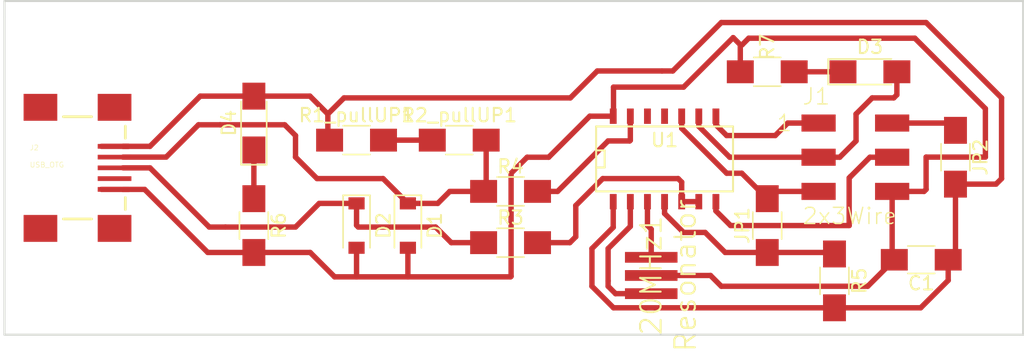
<source format=kicad_pcb>
(kicad_pcb (version 4) (host pcbnew 4.0.7)

  (general
    (links 32)
    (no_connects 0)
    (area 21.499999 161.499999 96.100001 188.500001)
    (thickness 1.6)
    (drawings 10)
    (tracks 160)
    (zones 0)
    (modules 18)
    (nets 20)
  )

  (page A4)
  (layers
    (0 F.Cu signal)
    (31 B.Cu signal)
    (33 F.Adhes user)
    (35 F.Paste user)
    (37 F.SilkS user)
    (39 F.Mask user)
    (40 Dwgs.User user)
    (41 Cmts.User user)
    (42 Eco1.User user)
    (43 Eco2.User user)
    (44 Edge.Cuts user)
    (45 Margin user hide)
    (47 F.CrtYd user)
    (49 F.Fab user)
  )

  (setup
    (last_trace_width 0.4)
    (trace_clearance 0.2)
    (zone_clearance 0.508)
    (zone_45_only no)
    (trace_min 0.4)
    (segment_width 0.2)
    (edge_width 0.15)
    (via_size 0.6)
    (via_drill 0.4)
    (via_min_size 0.4)
    (via_min_drill 0.3)
    (uvia_size 0.3)
    (uvia_drill 0.1)
    (uvias_allowed no)
    (uvia_min_size 0.2)
    (uvia_min_drill 0.1)
    (pcb_text_width 0.3)
    (pcb_text_size 1.5 1.5)
    (mod_edge_width 0.15)
    (mod_text_size 1 1)
    (mod_text_width 0.15)
    (pad_size 1.55 1)
    (pad_drill 0)
    (pad_to_mask_clearance 0.2)
    (aux_axis_origin 0 0)
    (visible_elements FFFFFFFF)
    (pcbplotparams
      (layerselection 0x03000_80000001)
      (usegerberextensions false)
      (excludeedgelayer false)
      (linewidth 0.100000)
      (plotframeref false)
      (viasonmask false)
      (mode 1)
      (useauxorigin false)
      (hpglpennumber 1)
      (hpglpenspeed 20)
      (hpglpendiameter 15)
      (hpglpenoverlay 2)
      (psnegative true)
      (psa4output false)
      (plotreference true)
      (plotvalue true)
      (plotinvisibletext false)
      (padsonsilk false)
      (subtractmaskfromsilk false)
      (outputformat 4)
      (mirror false)
      (drillshape 0)
      (scaleselection 1)
      (outputdirectory ""))
  )

  (net 0 "")
  (net 1 XTAL1)
  (net 2 Earth)
  (net 3 XTAL2)
  (net 4 VCC)
  (net 5 "Net-(D1-Pad1)")
  (net 6 "Net-(D2-Pad1)")
  (net 7 "Net-(D3-Pad1)")
  (net 8 SCK)
  (net 9 "Net-(D4-Pad1)")
  (net 10 MISO)
  (net 11 RST)
  (net 12 "Net-(J1-Pad2)")
  (net 13 MOSI)
  (net 14 "Net-(JP1-Pad1)")
  (net 15 "Net-(R1_pullUP1-Pad2)")
  (net 16 "Net-(R3-Pad2)")
  (net 17 "Net-(R4-Pad2)")
  (net 18 "Net-(U1-Pad11)")
  (net 19 "Net-(U1-Pad12)")

  (net_class Default "This is the default net class."
    (clearance 0.2)
    (trace_width 0.4)
    (via_dia 0.6)
    (via_drill 0.4)
    (uvia_dia 0.3)
    (uvia_drill 0.1)
    (add_net Earth)
    (add_net MISO)
    (add_net MOSI)
    (add_net "Net-(D1-Pad1)")
    (add_net "Net-(D2-Pad1)")
    (add_net "Net-(D3-Pad1)")
    (add_net "Net-(D4-Pad1)")
    (add_net "Net-(J1-Pad2)")
    (add_net "Net-(JP1-Pad1)")
    (add_net "Net-(R1_pullUP1-Pad2)")
    (add_net "Net-(R3-Pad2)")
    (add_net "Net-(R4-Pad2)")
    (add_net "Net-(U1-Pad11)")
    (add_net "Net-(U1-Pad12)")
    (add_net RST)
    (add_net SCK)
    (add_net VCC)
    (add_net XTAL1)
    (add_net XTAL2)
  )

  (module Capacitors_SMD:C_1206_HandSoldering (layer F.Cu) (tedit 58AA84D1) (tstamp 5A8F4B03)
    (at 87.64 181.63 180)
    (descr "Capacitor SMD 1206, hand soldering")
    (tags "capacitor 1206")
    (path /5A8BFE19)
    (attr smd)
    (fp_text reference C1 (at 0 -1.75 180) (layer F.SilkS)
      (effects (font (size 1 1) (thickness 0.15)))
    )
    (fp_text value 1uF (at 0 2 180) (layer F.Fab)
      (effects (font (size 1 1) (thickness 0.15)))
    )
    (fp_text user %R (at 0 -1.75 180) (layer F.Fab)
      (effects (font (size 1 1) (thickness 0.15)))
    )
    (fp_line (start -1.6 0.8) (end -1.6 -0.8) (layer F.Fab) (width 0.1))
    (fp_line (start 1.6 0.8) (end -1.6 0.8) (layer F.Fab) (width 0.1))
    (fp_line (start 1.6 -0.8) (end 1.6 0.8) (layer F.Fab) (width 0.1))
    (fp_line (start -1.6 -0.8) (end 1.6 -0.8) (layer F.Fab) (width 0.1))
    (fp_line (start 1 -1.02) (end -1 -1.02) (layer F.SilkS) (width 0.12))
    (fp_line (start -1 1.02) (end 1 1.02) (layer F.SilkS) (width 0.12))
    (fp_line (start -3.25 -1.05) (end 3.25 -1.05) (layer F.CrtYd) (width 0.05))
    (fp_line (start -3.25 -1.05) (end -3.25 1.05) (layer F.CrtYd) (width 0.05))
    (fp_line (start 3.25 1.05) (end 3.25 -1.05) (layer F.CrtYd) (width 0.05))
    (fp_line (start 3.25 1.05) (end -3.25 1.05) (layer F.CrtYd) (width 0.05))
    (pad 1 smd rect (at -2 0 180) (size 2 1.6) (layers F.Cu F.Paste F.Mask)
      (net 4 VCC))
    (pad 2 smd rect (at 2 0 180) (size 2 1.6) (layers F.Cu F.Paste F.Mask)
      (net 2 Earth))
    (model Capacitors_SMD.3dshapes/C_1206.wrl
      (at (xyz 0 0 0))
      (scale (xyz 1 1 1))
      (rotate (xyz 0 0 0))
    )
  )

  (module Diodes_SMD:D_SOD-123 (layer F.Cu) (tedit 58645DC7) (tstamp 5A8F4B1C)
    (at 49.54 179.09 270)
    (descr SOD-123)
    (tags SOD-123)
    (path /5A8BFB99)
    (attr smd)
    (fp_text reference D1 (at 0 -2 270) (layer F.SilkS)
      (effects (font (size 1 1) (thickness 0.15)))
    )
    (fp_text value 3.3V (at 0 2.1 270) (layer F.Fab)
      (effects (font (size 1 1) (thickness 0.15)))
    )
    (fp_text user %R (at 0 -2 270) (layer F.Fab)
      (effects (font (size 1 1) (thickness 0.15)))
    )
    (fp_line (start -2.25 -1) (end -2.25 1) (layer F.SilkS) (width 0.12))
    (fp_line (start 0.25 0) (end 0.75 0) (layer F.Fab) (width 0.1))
    (fp_line (start 0.25 0.4) (end -0.35 0) (layer F.Fab) (width 0.1))
    (fp_line (start 0.25 -0.4) (end 0.25 0.4) (layer F.Fab) (width 0.1))
    (fp_line (start -0.35 0) (end 0.25 -0.4) (layer F.Fab) (width 0.1))
    (fp_line (start -0.35 0) (end -0.35 0.55) (layer F.Fab) (width 0.1))
    (fp_line (start -0.35 0) (end -0.35 -0.55) (layer F.Fab) (width 0.1))
    (fp_line (start -0.75 0) (end -0.35 0) (layer F.Fab) (width 0.1))
    (fp_line (start -1.4 0.9) (end -1.4 -0.9) (layer F.Fab) (width 0.1))
    (fp_line (start 1.4 0.9) (end -1.4 0.9) (layer F.Fab) (width 0.1))
    (fp_line (start 1.4 -0.9) (end 1.4 0.9) (layer F.Fab) (width 0.1))
    (fp_line (start -1.4 -0.9) (end 1.4 -0.9) (layer F.Fab) (width 0.1))
    (fp_line (start -2.35 -1.15) (end 2.35 -1.15) (layer F.CrtYd) (width 0.05))
    (fp_line (start 2.35 -1.15) (end 2.35 1.15) (layer F.CrtYd) (width 0.05))
    (fp_line (start 2.35 1.15) (end -2.35 1.15) (layer F.CrtYd) (width 0.05))
    (fp_line (start -2.35 -1.15) (end -2.35 1.15) (layer F.CrtYd) (width 0.05))
    (fp_line (start -2.25 1) (end 1.65 1) (layer F.SilkS) (width 0.12))
    (fp_line (start -2.25 -1) (end 1.65 -1) (layer F.SilkS) (width 0.12))
    (pad 1 smd rect (at -1.65 0 270) (size 0.9 1.2) (layers F.Cu F.Paste F.Mask)
      (net 5 "Net-(D1-Pad1)"))
    (pad 2 smd rect (at 1.65 0 270) (size 0.9 1.2) (layers F.Cu F.Paste F.Mask)
      (net 2 Earth))
    (model ${KISYS3DMOD}/Diodes_SMD.3dshapes/D_SOD-123.wrl
      (at (xyz 0 0 0))
      (scale (xyz 1 1 1))
      (rotate (xyz 0 0 0))
    )
  )

  (module Diodes_SMD:D_SOD-123 (layer F.Cu) (tedit 58645DC7) (tstamp 5A8F4B35)
    (at 45.73 179.09 270)
    (descr SOD-123)
    (tags SOD-123)
    (path /5A8BFB57)
    (attr smd)
    (fp_text reference D2 (at 0 -2 270) (layer F.SilkS)
      (effects (font (size 1 1) (thickness 0.15)))
    )
    (fp_text value 3.3V (at 0 2.1 270) (layer F.Fab)
      (effects (font (size 1 1) (thickness 0.15)))
    )
    (fp_text user %R (at 0 -2 270) (layer F.Fab)
      (effects (font (size 1 1) (thickness 0.15)))
    )
    (fp_line (start -2.25 -1) (end -2.25 1) (layer F.SilkS) (width 0.12))
    (fp_line (start 0.25 0) (end 0.75 0) (layer F.Fab) (width 0.1))
    (fp_line (start 0.25 0.4) (end -0.35 0) (layer F.Fab) (width 0.1))
    (fp_line (start 0.25 -0.4) (end 0.25 0.4) (layer F.Fab) (width 0.1))
    (fp_line (start -0.35 0) (end 0.25 -0.4) (layer F.Fab) (width 0.1))
    (fp_line (start -0.35 0) (end -0.35 0.55) (layer F.Fab) (width 0.1))
    (fp_line (start -0.35 0) (end -0.35 -0.55) (layer F.Fab) (width 0.1))
    (fp_line (start -0.75 0) (end -0.35 0) (layer F.Fab) (width 0.1))
    (fp_line (start -1.4 0.9) (end -1.4 -0.9) (layer F.Fab) (width 0.1))
    (fp_line (start 1.4 0.9) (end -1.4 0.9) (layer F.Fab) (width 0.1))
    (fp_line (start 1.4 -0.9) (end 1.4 0.9) (layer F.Fab) (width 0.1))
    (fp_line (start -1.4 -0.9) (end 1.4 -0.9) (layer F.Fab) (width 0.1))
    (fp_line (start -2.35 -1.15) (end 2.35 -1.15) (layer F.CrtYd) (width 0.05))
    (fp_line (start 2.35 -1.15) (end 2.35 1.15) (layer F.CrtYd) (width 0.05))
    (fp_line (start 2.35 1.15) (end -2.35 1.15) (layer F.CrtYd) (width 0.05))
    (fp_line (start -2.35 -1.15) (end -2.35 1.15) (layer F.CrtYd) (width 0.05))
    (fp_line (start -2.25 1) (end 1.65 1) (layer F.SilkS) (width 0.12))
    (fp_line (start -2.25 -1) (end 1.65 -1) (layer F.SilkS) (width 0.12))
    (pad 1 smd rect (at -1.65 0 270) (size 0.9 1.2) (layers F.Cu F.Paste F.Mask)
      (net 6 "Net-(D2-Pad1)"))
    (pad 2 smd rect (at 1.65 0 270) (size 0.9 1.2) (layers F.Cu F.Paste F.Mask)
      (net 2 Earth))
    (model ${KISYS3DMOD}/Diodes_SMD.3dshapes/D_SOD-123.wrl
      (at (xyz 0 0 0))
      (scale (xyz 1 1 1))
      (rotate (xyz 0 0 0))
    )
  )

  (module LEDs:LED_1206_HandSoldering (layer F.Cu) (tedit 595FC724) (tstamp 5A8F4B4A)
    (at 83.83 167.66)
    (descr "LED SMD 1206, hand soldering")
    (tags "LED 1206")
    (path /5A8BFD44)
    (attr smd)
    (fp_text reference D3 (at 0 -1.85) (layer F.SilkS)
      (effects (font (size 1 1) (thickness 0.15)))
    )
    (fp_text value GREEN (at 0 1.9) (layer F.Fab)
      (effects (font (size 1 1) (thickness 0.15)))
    )
    (fp_line (start -3.1 -0.95) (end -3.1 0.95) (layer F.SilkS) (width 0.12))
    (fp_line (start -0.4 0) (end 0.2 -0.4) (layer F.Fab) (width 0.1))
    (fp_line (start 0.2 -0.4) (end 0.2 0.4) (layer F.Fab) (width 0.1))
    (fp_line (start 0.2 0.4) (end -0.4 0) (layer F.Fab) (width 0.1))
    (fp_line (start -0.45 -0.4) (end -0.45 0.4) (layer F.Fab) (width 0.1))
    (fp_line (start -1.6 0.8) (end -1.6 -0.8) (layer F.Fab) (width 0.1))
    (fp_line (start 1.6 0.8) (end -1.6 0.8) (layer F.Fab) (width 0.1))
    (fp_line (start 1.6 -0.8) (end 1.6 0.8) (layer F.Fab) (width 0.1))
    (fp_line (start -1.6 -0.8) (end 1.6 -0.8) (layer F.Fab) (width 0.1))
    (fp_line (start -3.1 0.95) (end 1.6 0.95) (layer F.SilkS) (width 0.12))
    (fp_line (start -3.1 -0.95) (end 1.6 -0.95) (layer F.SilkS) (width 0.12))
    (fp_line (start -3.25 -1.11) (end 3.25 -1.11) (layer F.CrtYd) (width 0.05))
    (fp_line (start -3.25 -1.11) (end -3.25 1.1) (layer F.CrtYd) (width 0.05))
    (fp_line (start 3.25 1.1) (end 3.25 -1.11) (layer F.CrtYd) (width 0.05))
    (fp_line (start 3.25 1.1) (end -3.25 1.1) (layer F.CrtYd) (width 0.05))
    (pad 1 smd rect (at -2 0) (size 2 1.7) (layers F.Cu F.Paste F.Mask)
      (net 7 "Net-(D3-Pad1)"))
    (pad 2 smd rect (at 2 0) (size 2 1.7) (layers F.Cu F.Paste F.Mask)
      (net 8 SCK))
    (model ${KISYS3DMOD}/LEDs.3dshapes/LED_1206.wrl
      (at (xyz 0 0 0))
      (scale (xyz 1 1 1))
      (rotate (xyz 0 0 180))
    )
  )

  (module LEDs:LED_1206_HandSoldering (layer F.Cu) (tedit 595FC724) (tstamp 5A8F4B5F)
    (at 38.11 171.47 90)
    (descr "LED SMD 1206, hand soldering")
    (tags "LED 1206")
    (path /5A8BFD99)
    (attr smd)
    (fp_text reference D4 (at 0 -1.85 90) (layer F.SilkS)
      (effects (font (size 1 1) (thickness 0.15)))
    )
    (fp_text value RED (at 0 1.9 90) (layer F.Fab)
      (effects (font (size 1 1) (thickness 0.15)))
    )
    (fp_line (start -3.1 -0.95) (end -3.1 0.95) (layer F.SilkS) (width 0.12))
    (fp_line (start -0.4 0) (end 0.2 -0.4) (layer F.Fab) (width 0.1))
    (fp_line (start 0.2 -0.4) (end 0.2 0.4) (layer F.Fab) (width 0.1))
    (fp_line (start 0.2 0.4) (end -0.4 0) (layer F.Fab) (width 0.1))
    (fp_line (start -0.45 -0.4) (end -0.45 0.4) (layer F.Fab) (width 0.1))
    (fp_line (start -1.6 0.8) (end -1.6 -0.8) (layer F.Fab) (width 0.1))
    (fp_line (start 1.6 0.8) (end -1.6 0.8) (layer F.Fab) (width 0.1))
    (fp_line (start 1.6 -0.8) (end 1.6 0.8) (layer F.Fab) (width 0.1))
    (fp_line (start -1.6 -0.8) (end 1.6 -0.8) (layer F.Fab) (width 0.1))
    (fp_line (start -3.1 0.95) (end 1.6 0.95) (layer F.SilkS) (width 0.12))
    (fp_line (start -3.1 -0.95) (end 1.6 -0.95) (layer F.SilkS) (width 0.12))
    (fp_line (start -3.25 -1.11) (end 3.25 -1.11) (layer F.CrtYd) (width 0.05))
    (fp_line (start -3.25 -1.11) (end -3.25 1.1) (layer F.CrtYd) (width 0.05))
    (fp_line (start 3.25 1.1) (end 3.25 -1.11) (layer F.CrtYd) (width 0.05))
    (fp_line (start 3.25 1.1) (end -3.25 1.1) (layer F.CrtYd) (width 0.05))
    (pad 1 smd rect (at -2 0 90) (size 2 1.7) (layers F.Cu F.Paste F.Mask)
      (net 9 "Net-(D4-Pad1)"))
    (pad 2 smd rect (at 2 0 90) (size 2 1.7) (layers F.Cu F.Paste F.Mask)
      (net 4 VCC))
    (model ${KISYS3DMOD}/LEDs.3dshapes/LED_1206.wrl
      (at (xyz 0 0 0))
      (scale (xyz 1 1 1))
      (rotate (xyz 0 0 180))
    )
  )

  (module fab:2X03SMD (layer F.Cu) (tedit 0) (tstamp 5A8F4B6A)
    (at 82.56 174.01)
    (path /5A8BFCE1)
    (fp_text reference J1 (at -3.81 -3.81) (layer F.SilkS)
      (effects (font (size 1.2065 1.2065) (thickness 0.1016)) (justify left bottom))
    )
    (fp_text value 2x3Wire (at -3.81 5.08) (layer F.SilkS)
      (effects (font (size 1.2065 1.2065) (thickness 0.1016)) (justify left bottom))
    )
    (fp_text user 1 (at -5.08 -2.54) (layer F.SilkS)
      (effects (font (size 1.2065 1.2065) (thickness 0.1016)))
    )
    (pad 1 smd rect (at -2.54 -2.54) (size 2.54 1.27) (layers F.Cu F.Paste F.Mask)
      (net 10 MISO))
    (pad 3 smd rect (at -2.54 0) (size 2.54 1.27) (layers F.Cu F.Paste F.Mask)
      (net 8 SCK))
    (pad 5 smd rect (at -2.54 2.54) (size 2.54 1.27) (layers F.Cu F.Paste F.Mask)
      (net 11 RST))
    (pad 2 smd rect (at 2.92 -2.54) (size 2.54 1.27) (layers F.Cu F.Paste F.Mask)
      (net 12 "Net-(J1-Pad2)"))
    (pad 4 smd rect (at 2.92 0) (size 2.54 1.27) (layers F.Cu F.Paste F.Mask)
      (net 13 MOSI))
    (pad 6 smd rect (at 2.92 2.54) (size 2.54 1.27) (layers F.Cu F.Paste F.Mask)
      (net 2 Earth))
  )

  (module Resistors_SMD:R_1206_HandSoldering (layer F.Cu) (tedit 58E0A804) (tstamp 5A8F4B91)
    (at 76.21 179.09 90)
    (descr "Resistor SMD 1206, hand soldering")
    (tags "resistor 1206")
    (path /5A8BFC29)
    (attr smd)
    (fp_text reference JP1 (at 0 -1.85 90) (layer F.SilkS)
      (effects (font (size 1 1) (thickness 0.15)))
    )
    (fp_text value Jumper (at 0 1.9 90) (layer F.Fab)
      (effects (font (size 1 1) (thickness 0.15)))
    )
    (fp_text user %R (at 0 0 90) (layer F.Fab)
      (effects (font (size 0.7 0.7) (thickness 0.105)))
    )
    (fp_line (start -1.6 0.8) (end -1.6 -0.8) (layer F.Fab) (width 0.1))
    (fp_line (start 1.6 0.8) (end -1.6 0.8) (layer F.Fab) (width 0.1))
    (fp_line (start 1.6 -0.8) (end 1.6 0.8) (layer F.Fab) (width 0.1))
    (fp_line (start -1.6 -0.8) (end 1.6 -0.8) (layer F.Fab) (width 0.1))
    (fp_line (start 1 1.07) (end -1 1.07) (layer F.SilkS) (width 0.12))
    (fp_line (start -1 -1.07) (end 1 -1.07) (layer F.SilkS) (width 0.12))
    (fp_line (start -3.25 -1.11) (end 3.25 -1.11) (layer F.CrtYd) (width 0.05))
    (fp_line (start -3.25 -1.11) (end -3.25 1.1) (layer F.CrtYd) (width 0.05))
    (fp_line (start 3.25 1.1) (end 3.25 -1.11) (layer F.CrtYd) (width 0.05))
    (fp_line (start 3.25 1.1) (end -3.25 1.1) (layer F.CrtYd) (width 0.05))
    (pad 1 smd rect (at -2 0 90) (size 2 1.7) (layers F.Cu F.Paste F.Mask)
      (net 14 "Net-(JP1-Pad1)"))
    (pad 2 smd rect (at 2 0 90) (size 2 1.7) (layers F.Cu F.Paste F.Mask)
      (net 11 RST))
    (model ${KISYS3DMOD}/Resistors_SMD.3dshapes/R_1206.wrl
      (at (xyz 0 0 0))
      (scale (xyz 1 1 1))
      (rotate (xyz 0 0 0))
    )
  )

  (module Resistors_SMD:R_1206_HandSoldering (layer F.Cu) (tedit 58E0A804) (tstamp 5A8F4BA2)
    (at 90.18 174.01 270)
    (descr "Resistor SMD 1206, hand soldering")
    (tags "resistor 1206")
    (path /5A8BFC6A)
    (attr smd)
    (fp_text reference JP2 (at 0 -1.85 270) (layer F.SilkS)
      (effects (font (size 1 1) (thickness 0.15)))
    )
    (fp_text value Jumper (at 0 1.9 270) (layer F.Fab)
      (effects (font (size 1 1) (thickness 0.15)))
    )
    (fp_text user %R (at 0 0 270) (layer F.Fab)
      (effects (font (size 0.7 0.7) (thickness 0.105)))
    )
    (fp_line (start -1.6 0.8) (end -1.6 -0.8) (layer F.Fab) (width 0.1))
    (fp_line (start 1.6 0.8) (end -1.6 0.8) (layer F.Fab) (width 0.1))
    (fp_line (start 1.6 -0.8) (end 1.6 0.8) (layer F.Fab) (width 0.1))
    (fp_line (start -1.6 -0.8) (end 1.6 -0.8) (layer F.Fab) (width 0.1))
    (fp_line (start 1 1.07) (end -1 1.07) (layer F.SilkS) (width 0.12))
    (fp_line (start -1 -1.07) (end 1 -1.07) (layer F.SilkS) (width 0.12))
    (fp_line (start -3.25 -1.11) (end 3.25 -1.11) (layer F.CrtYd) (width 0.05))
    (fp_line (start -3.25 -1.11) (end -3.25 1.1) (layer F.CrtYd) (width 0.05))
    (fp_line (start 3.25 1.1) (end 3.25 -1.11) (layer F.CrtYd) (width 0.05))
    (fp_line (start 3.25 1.1) (end -3.25 1.1) (layer F.CrtYd) (width 0.05))
    (pad 1 smd rect (at -2 0 270) (size 2 1.7) (layers F.Cu F.Paste F.Mask)
      (net 12 "Net-(J1-Pad2)"))
    (pad 2 smd rect (at 2 0 270) (size 2 1.7) (layers F.Cu F.Paste F.Mask)
      (net 4 VCC))
    (model ${KISYS3DMOD}/Resistors_SMD.3dshapes/R_1206.wrl
      (at (xyz 0 0 0))
      (scale (xyz 1 1 1))
      (rotate (xyz 0 0 0))
    )
  )

  (module Resistors_SMD:R_1206_HandSoldering (layer F.Cu) (tedit 58E0A804) (tstamp 5A8F4BB3)
    (at 45.73 172.74)
    (descr "Resistor SMD 1206, hand soldering")
    (tags "resistor 1206")
    (path /5A8BFA4E)
    (attr smd)
    (fp_text reference R1_pullUP1 (at 0 -1.85) (layer F.SilkS)
      (effects (font (size 1 1) (thickness 0.15)))
    )
    (fp_text value 1k (at 0 1.9) (layer F.Fab)
      (effects (font (size 1 1) (thickness 0.15)))
    )
    (fp_text user %R (at 0 0) (layer F.Fab)
      (effects (font (size 0.7 0.7) (thickness 0.105)))
    )
    (fp_line (start -1.6 0.8) (end -1.6 -0.8) (layer F.Fab) (width 0.1))
    (fp_line (start 1.6 0.8) (end -1.6 0.8) (layer F.Fab) (width 0.1))
    (fp_line (start 1.6 -0.8) (end 1.6 0.8) (layer F.Fab) (width 0.1))
    (fp_line (start -1.6 -0.8) (end 1.6 -0.8) (layer F.Fab) (width 0.1))
    (fp_line (start 1 1.07) (end -1 1.07) (layer F.SilkS) (width 0.12))
    (fp_line (start -1 -1.07) (end 1 -1.07) (layer F.SilkS) (width 0.12))
    (fp_line (start -3.25 -1.11) (end 3.25 -1.11) (layer F.CrtYd) (width 0.05))
    (fp_line (start -3.25 -1.11) (end -3.25 1.1) (layer F.CrtYd) (width 0.05))
    (fp_line (start 3.25 1.1) (end 3.25 -1.11) (layer F.CrtYd) (width 0.05))
    (fp_line (start 3.25 1.1) (end -3.25 1.1) (layer F.CrtYd) (width 0.05))
    (pad 1 smd rect (at -2 0) (size 2 1.7) (layers F.Cu F.Paste F.Mask)
      (net 4 VCC))
    (pad 2 smd rect (at 2 0) (size 2 1.7) (layers F.Cu F.Paste F.Mask)
      (net 15 "Net-(R1_pullUP1-Pad2)"))
    (model ${KISYS3DMOD}/Resistors_SMD.3dshapes/R_1206.wrl
      (at (xyz 0 0 0))
      (scale (xyz 1 1 1))
      (rotate (xyz 0 0 0))
    )
  )

  (module Resistors_SMD:R_1206_HandSoldering (layer F.Cu) (tedit 58E0A804) (tstamp 5A8F4BC4)
    (at 53.35 172.74)
    (descr "Resistor SMD 1206, hand soldering")
    (tags "resistor 1206")
    (path /5A8BFA9F)
    (attr smd)
    (fp_text reference R2_pullUP1 (at 0 -1.85) (layer F.SilkS)
      (effects (font (size 1 1) (thickness 0.15)))
    )
    (fp_text value 499 (at 0 1.9) (layer F.Fab)
      (effects (font (size 1 1) (thickness 0.15)))
    )
    (fp_text user %R (at 0 0) (layer F.Fab)
      (effects (font (size 0.7 0.7) (thickness 0.105)))
    )
    (fp_line (start -1.6 0.8) (end -1.6 -0.8) (layer F.Fab) (width 0.1))
    (fp_line (start 1.6 0.8) (end -1.6 0.8) (layer F.Fab) (width 0.1))
    (fp_line (start 1.6 -0.8) (end 1.6 0.8) (layer F.Fab) (width 0.1))
    (fp_line (start -1.6 -0.8) (end 1.6 -0.8) (layer F.Fab) (width 0.1))
    (fp_line (start 1 1.07) (end -1 1.07) (layer F.SilkS) (width 0.12))
    (fp_line (start -1 -1.07) (end 1 -1.07) (layer F.SilkS) (width 0.12))
    (fp_line (start -3.25 -1.11) (end 3.25 -1.11) (layer F.CrtYd) (width 0.05))
    (fp_line (start -3.25 -1.11) (end -3.25 1.1) (layer F.CrtYd) (width 0.05))
    (fp_line (start 3.25 1.1) (end 3.25 -1.11) (layer F.CrtYd) (width 0.05))
    (fp_line (start 3.25 1.1) (end -3.25 1.1) (layer F.CrtYd) (width 0.05))
    (pad 1 smd rect (at -2 0) (size 2 1.7) (layers F.Cu F.Paste F.Mask)
      (net 15 "Net-(R1_pullUP1-Pad2)"))
    (pad 2 smd rect (at 2 0) (size 2 1.7) (layers F.Cu F.Paste F.Mask)
      (net 5 "Net-(D1-Pad1)"))
    (model ${KISYS3DMOD}/Resistors_SMD.3dshapes/R_1206.wrl
      (at (xyz 0 0 0))
      (scale (xyz 1 1 1))
      (rotate (xyz 0 0 0))
    )
  )

  (module Resistors_SMD:R_1206_HandSoldering (layer F.Cu) (tedit 58E0A804) (tstamp 5A8F4BD5)
    (at 57.16 180.36)
    (descr "Resistor SMD 1206, hand soldering")
    (tags "resistor 1206")
    (path /5A8BFAD7)
    (attr smd)
    (fp_text reference R3 (at 0 -1.85) (layer F.SilkS)
      (effects (font (size 1 1) (thickness 0.15)))
    )
    (fp_text value 100 (at 0 1.9) (layer F.Fab)
      (effects (font (size 1 1) (thickness 0.15)))
    )
    (fp_text user %R (at 0 0) (layer F.Fab)
      (effects (font (size 0.7 0.7) (thickness 0.105)))
    )
    (fp_line (start -1.6 0.8) (end -1.6 -0.8) (layer F.Fab) (width 0.1))
    (fp_line (start 1.6 0.8) (end -1.6 0.8) (layer F.Fab) (width 0.1))
    (fp_line (start 1.6 -0.8) (end 1.6 0.8) (layer F.Fab) (width 0.1))
    (fp_line (start -1.6 -0.8) (end 1.6 -0.8) (layer F.Fab) (width 0.1))
    (fp_line (start 1 1.07) (end -1 1.07) (layer F.SilkS) (width 0.12))
    (fp_line (start -1 -1.07) (end 1 -1.07) (layer F.SilkS) (width 0.12))
    (fp_line (start -3.25 -1.11) (end 3.25 -1.11) (layer F.CrtYd) (width 0.05))
    (fp_line (start -3.25 -1.11) (end -3.25 1.1) (layer F.CrtYd) (width 0.05))
    (fp_line (start 3.25 1.1) (end 3.25 -1.11) (layer F.CrtYd) (width 0.05))
    (fp_line (start 3.25 1.1) (end -3.25 1.1) (layer F.CrtYd) (width 0.05))
    (pad 1 smd rect (at -2 0) (size 2 1.7) (layers F.Cu F.Paste F.Mask)
      (net 6 "Net-(D2-Pad1)"))
    (pad 2 smd rect (at 2 0) (size 2 1.7) (layers F.Cu F.Paste F.Mask)
      (net 16 "Net-(R3-Pad2)"))
    (model ${KISYS3DMOD}/Resistors_SMD.3dshapes/R_1206.wrl
      (at (xyz 0 0 0))
      (scale (xyz 1 1 1))
      (rotate (xyz 0 0 0))
    )
  )

  (module Resistors_SMD:R_1206_HandSoldering (layer F.Cu) (tedit 58E0A804) (tstamp 5A8F4BE6)
    (at 57.16 176.55)
    (descr "Resistor SMD 1206, hand soldering")
    (tags "resistor 1206")
    (path /5A8C2C23)
    (attr smd)
    (fp_text reference R4 (at 0 -1.85) (layer F.SilkS)
      (effects (font (size 1 1) (thickness 0.15)))
    )
    (fp_text value 100 (at 0 1.9) (layer F.Fab)
      (effects (font (size 1 1) (thickness 0.15)))
    )
    (fp_text user %R (at 0 0) (layer F.Fab)
      (effects (font (size 0.7 0.7) (thickness 0.105)))
    )
    (fp_line (start -1.6 0.8) (end -1.6 -0.8) (layer F.Fab) (width 0.1))
    (fp_line (start 1.6 0.8) (end -1.6 0.8) (layer F.Fab) (width 0.1))
    (fp_line (start 1.6 -0.8) (end 1.6 0.8) (layer F.Fab) (width 0.1))
    (fp_line (start -1.6 -0.8) (end 1.6 -0.8) (layer F.Fab) (width 0.1))
    (fp_line (start 1 1.07) (end -1 1.07) (layer F.SilkS) (width 0.12))
    (fp_line (start -1 -1.07) (end 1 -1.07) (layer F.SilkS) (width 0.12))
    (fp_line (start -3.25 -1.11) (end 3.25 -1.11) (layer F.CrtYd) (width 0.05))
    (fp_line (start -3.25 -1.11) (end -3.25 1.1) (layer F.CrtYd) (width 0.05))
    (fp_line (start 3.25 1.1) (end 3.25 -1.11) (layer F.CrtYd) (width 0.05))
    (fp_line (start 3.25 1.1) (end -3.25 1.1) (layer F.CrtYd) (width 0.05))
    (pad 1 smd rect (at -2 0) (size 2 1.7) (layers F.Cu F.Paste F.Mask)
      (net 5 "Net-(D1-Pad1)"))
    (pad 2 smd rect (at 2 0) (size 2 1.7) (layers F.Cu F.Paste F.Mask)
      (net 17 "Net-(R4-Pad2)"))
    (model ${KISYS3DMOD}/Resistors_SMD.3dshapes/R_1206.wrl
      (at (xyz 0 0 0))
      (scale (xyz 1 1 1))
      (rotate (xyz 0 0 0))
    )
  )

  (module Resistors_SMD:R_1206_HandSoldering (layer F.Cu) (tedit 58E0A804) (tstamp 5A8F4BF7)
    (at 81.2 183.2 270)
    (descr "Resistor SMD 1206, hand soldering")
    (tags "resistor 1206")
    (path /5A8BFB1A)
    (attr smd)
    (fp_text reference R5 (at 0 -1.85 270) (layer F.SilkS)
      (effects (font (size 1 1) (thickness 0.15)))
    )
    (fp_text value 10k (at 0 1.9 270) (layer F.Fab)
      (effects (font (size 1 1) (thickness 0.15)))
    )
    (fp_text user %R (at 0 0 270) (layer F.Fab)
      (effects (font (size 0.7 0.7) (thickness 0.105)))
    )
    (fp_line (start -1.6 0.8) (end -1.6 -0.8) (layer F.Fab) (width 0.1))
    (fp_line (start 1.6 0.8) (end -1.6 0.8) (layer F.Fab) (width 0.1))
    (fp_line (start 1.6 -0.8) (end 1.6 0.8) (layer F.Fab) (width 0.1))
    (fp_line (start -1.6 -0.8) (end 1.6 -0.8) (layer F.Fab) (width 0.1))
    (fp_line (start 1 1.07) (end -1 1.07) (layer F.SilkS) (width 0.12))
    (fp_line (start -1 -1.07) (end 1 -1.07) (layer F.SilkS) (width 0.12))
    (fp_line (start -3.25 -1.11) (end 3.25 -1.11) (layer F.CrtYd) (width 0.05))
    (fp_line (start -3.25 -1.11) (end -3.25 1.1) (layer F.CrtYd) (width 0.05))
    (fp_line (start 3.25 1.1) (end 3.25 -1.11) (layer F.CrtYd) (width 0.05))
    (fp_line (start 3.25 1.1) (end -3.25 1.1) (layer F.CrtYd) (width 0.05))
    (pad 1 smd rect (at -2 0 270) (size 2 1.7) (layers F.Cu F.Paste F.Mask)
      (net 14 "Net-(JP1-Pad1)"))
    (pad 2 smd rect (at 2 0 270) (size 2 1.7) (layers F.Cu F.Paste F.Mask)
      (net 4 VCC))
    (model ${KISYS3DMOD}/Resistors_SMD.3dshapes/R_1206.wrl
      (at (xyz 0 0 0))
      (scale (xyz 1 1 1))
      (rotate (xyz 0 0 0))
    )
  )

  (module Resistors_SMD:R_1206_HandSoldering (layer F.Cu) (tedit 58E0A804) (tstamp 5A8F4C08)
    (at 38.11 179.09 270)
    (descr "Resistor SMD 1206, hand soldering")
    (tags "resistor 1206")
    (path /5A8C6C8F)
    (attr smd)
    (fp_text reference R6 (at 0 -1.85 270) (layer F.SilkS)
      (effects (font (size 1 1) (thickness 0.15)))
    )
    (fp_text value 1k (at 0 1.9 270) (layer F.Fab)
      (effects (font (size 1 1) (thickness 0.15)))
    )
    (fp_text user %R (at 0 0 270) (layer F.Fab)
      (effects (font (size 0.7 0.7) (thickness 0.105)))
    )
    (fp_line (start -1.6 0.8) (end -1.6 -0.8) (layer F.Fab) (width 0.1))
    (fp_line (start 1.6 0.8) (end -1.6 0.8) (layer F.Fab) (width 0.1))
    (fp_line (start 1.6 -0.8) (end 1.6 0.8) (layer F.Fab) (width 0.1))
    (fp_line (start -1.6 -0.8) (end 1.6 -0.8) (layer F.Fab) (width 0.1))
    (fp_line (start 1 1.07) (end -1 1.07) (layer F.SilkS) (width 0.12))
    (fp_line (start -1 -1.07) (end 1 -1.07) (layer F.SilkS) (width 0.12))
    (fp_line (start -3.25 -1.11) (end 3.25 -1.11) (layer F.CrtYd) (width 0.05))
    (fp_line (start -3.25 -1.11) (end -3.25 1.1) (layer F.CrtYd) (width 0.05))
    (fp_line (start 3.25 1.1) (end 3.25 -1.11) (layer F.CrtYd) (width 0.05))
    (fp_line (start 3.25 1.1) (end -3.25 1.1) (layer F.CrtYd) (width 0.05))
    (pad 1 smd rect (at -2 0 270) (size 2 1.7) (layers F.Cu F.Paste F.Mask)
      (net 9 "Net-(D4-Pad1)"))
    (pad 2 smd rect (at 2 0 270) (size 2 1.7) (layers F.Cu F.Paste F.Mask)
      (net 2 Earth))
    (model ${KISYS3DMOD}/Resistors_SMD.3dshapes/R_1206.wrl
      (at (xyz 0 0 0))
      (scale (xyz 1 1 1))
      (rotate (xyz 0 0 0))
    )
  )

  (module Resistors_SMD:R_1206_HandSoldering (layer F.Cu) (tedit 5A8C3CC0) (tstamp 5A8F4C19)
    (at 76.21 167.66)
    (descr "Resistor SMD 1206, hand soldering")
    (tags "resistor 1206")
    (path /5A8C740C)
    (attr smd)
    (fp_text reference R7 (at 0 -1.85 90) (layer F.SilkS)
      (effects (font (size 1 1) (thickness 0.15)))
    )
    (fp_text value 499 (at 0 1.9) (layer F.Fab)
      (effects (font (size 1 1) (thickness 0.15)))
    )
    (fp_text user %R (at 0 0) (layer F.Fab)
      (effects (font (size 0.7 0.7) (thickness 0.105)))
    )
    (fp_line (start -1.6 0.8) (end -1.6 -0.8) (layer F.Fab) (width 0.1))
    (fp_line (start 1.6 0.8) (end -1.6 0.8) (layer F.Fab) (width 0.1))
    (fp_line (start 1.6 -0.8) (end 1.6 0.8) (layer F.Fab) (width 0.1))
    (fp_line (start -1.6 -0.8) (end 1.6 -0.8) (layer F.Fab) (width 0.1))
    (fp_line (start 1 1.07) (end -1 1.07) (layer F.SilkS) (width 0.12))
    (fp_line (start -1 -1.07) (end 1 -1.07) (layer F.SilkS) (width 0.12))
    (fp_line (start -3.25 -1.11) (end 3.25 -1.11) (layer F.CrtYd) (width 0.05))
    (fp_line (start -3.25 -1.11) (end -3.25 1.1) (layer F.CrtYd) (width 0.05))
    (fp_line (start 3.25 1.1) (end 3.25 -1.11) (layer F.CrtYd) (width 0.05))
    (fp_line (start 3.25 1.1) (end -3.25 1.1) (layer F.CrtYd) (width 0.05))
    (pad 1 smd rect (at -2 0) (size 2 1.7) (layers F.Cu F.Paste F.Mask)
      (net 2 Earth))
    (pad 2 smd rect (at 2 0) (size 2 1.7) (layers F.Cu F.Paste F.Mask)
      (net 7 "Net-(D3-Pad1)"))
    (model ${KISYS3DMOD}/Resistors_SMD.3dshapes/R_1206.wrl
      (at (xyz 0 0 0))
      (scale (xyz 1 1 1))
      (rotate (xyz 0 0 0))
    )
  )

  (module SMD_Packages:SOIC-14_N (layer F.Cu) (tedit 0) (tstamp 5A8F4C32)
    (at 68.59 174.01)
    (descr "Module CMS SOJ 14 pins Large")
    (tags "CMS SOJ")
    (path /5A8BF8C6)
    (attr smd)
    (fp_text reference U1 (at 0 -1.27) (layer F.SilkS)
      (effects (font (size 1 1) (thickness 0.15)))
    )
    (fp_text value ATTINY44A-SSU (at 0 1.27) (layer F.Fab)
      (effects (font (size 1 1) (thickness 0.15)))
    )
    (fp_line (start 5.08 -2.286) (end 5.08 2.54) (layer F.SilkS) (width 0.15))
    (fp_line (start 5.08 2.54) (end -5.08 2.54) (layer F.SilkS) (width 0.15))
    (fp_line (start -5.08 2.54) (end -5.08 -2.286) (layer F.SilkS) (width 0.15))
    (fp_line (start -5.08 -2.286) (end 5.08 -2.286) (layer F.SilkS) (width 0.15))
    (fp_line (start -5.08 -0.508) (end -4.445 -0.508) (layer F.SilkS) (width 0.15))
    (fp_line (start -4.445 -0.508) (end -4.445 0.762) (layer F.SilkS) (width 0.15))
    (fp_line (start -4.445 0.762) (end -5.08 0.762) (layer F.SilkS) (width 0.15))
    (pad 1 smd rect (at -3.81 3.302) (size 0.508 1.143) (layers F.Cu F.Paste F.Mask)
      (net 4 VCC))
    (pad 2 smd rect (at -2.54 3.302) (size 0.508 1.143) (layers F.Cu F.Paste F.Mask)
      (net 1 XTAL1))
    (pad 3 smd rect (at -1.27 3.302) (size 0.508 1.143) (layers F.Cu F.Paste F.Mask)
      (net 3 XTAL2))
    (pad 4 smd rect (at 0 3.302) (size 0.508 1.143) (layers F.Cu F.Paste F.Mask)
      (net 14 "Net-(JP1-Pad1)"))
    (pad 5 smd rect (at 1.27 3.302) (size 0.508 1.143) (layers F.Cu F.Paste F.Mask)
      (net 16 "Net-(R3-Pad2)"))
    (pad 6 smd rect (at 2.54 3.302) (size 0.508 1.143) (layers F.Cu F.Paste F.Mask)
      (net 16 "Net-(R3-Pad2)"))
    (pad 7 smd rect (at 3.81 3.302) (size 0.508 1.143) (layers F.Cu F.Paste F.Mask)
      (net 13 MOSI))
    (pad 8 smd rect (at 3.81 -3.048) (size 0.508 1.143) (layers F.Cu F.Paste F.Mask)
      (net 10 MISO))
    (pad 9 smd rect (at 2.54 -3.048) (size 0.508 1.143) (layers F.Cu F.Paste F.Mask)
      (net 8 SCK))
    (pad 11 smd rect (at 0 -3.048) (size 0.508 1.143) (layers F.Cu F.Paste F.Mask)
      (net 18 "Net-(U1-Pad11)"))
    (pad 12 smd rect (at -1.27 -3.048) (size 0.508 1.143) (layers F.Cu F.Paste F.Mask)
      (net 19 "Net-(U1-Pad12)"))
    (pad 13 smd rect (at -2.54 -3.048) (size 0.508 1.143) (layers F.Cu F.Paste F.Mask)
      (net 17 "Net-(R4-Pad2)"))
    (pad 14 smd rect (at -3.81 -3.048) (size 0.508 1.143) (layers F.Cu F.Paste F.Mask)
      (net 2 Earth))
    (pad 10 smd rect (at 1.27 -3.048) (size 0.508 1.143) (layers F.Cu F.Paste F.Mask)
      (net 11 RST))
    (model SMD_Packages.3dshapes/SOIC-14_N.wrl
      (at (xyz 0 0 0))
      (scale (xyz 0.5 0.4 0.5))
      (rotate (xyz 0 0 0))
    )
  )

  (module fab:EFOBM (layer F.Cu) (tedit 5A8C4460) (tstamp 5A907B4B)
    (at 67.6 182.8 90)
    (path /5A8C5848)
    (fp_text reference 20MHz1 (at 0 0 90) (layer F.SilkS)
      (effects (font (thickness 0.15)))
    )
    (fp_text value Resonator (at 0 2.54 90) (layer F.SilkS)
      (effects (font (thickness 0.15)))
    )
    (pad 1 smd rect (at -1.35 0 180) (size 3.9 0.8) (layers F.Cu F.Paste F.Mask)
      (net 1 XTAL1))
    (pad 2 smd rect (at 0 0) (size 3.9 0.8) (layers F.Cu F.Paste F.Mask)
      (net 2 Earth))
    (pad 3 smd rect (at 1.35 0) (size 3.9 0.8) (layers F.Cu F.Paste F.Mask)
      (net 3 XTAL2))
  )

  (module fab:USB_MINIB (layer F.Cu) (tedit 0) (tstamp 5A8F4B80)
    (at 24 174.8)
    (path /5A8C0973)
    (fp_text reference J2 (at -2.54 -1.27) (layer F.SilkS)
      (effects (font (size 0.38608 0.38608) (thickness 0.032512)) (justify left bottom))
    )
    (fp_text value USB_OTG (at -2.54 0) (layer F.SilkS)
      (effects (font (size 0.38608 0.38608) (thickness 0.032512)) (justify left bottom))
    )
    (fp_line (start -0.03 -3.8) (end 2.07 -3.8) (layer F.SilkS) (width 0.2032))
    (fp_line (start 4.57 -3.1) (end 4.57 -2.2) (layer F.SilkS) (width 0.2032))
    (fp_line (start 4.57 2.2) (end 4.57 3.1) (layer F.SilkS) (width 0.2032))
    (fp_line (start 2.07 3.8) (end -0.03 3.8) (layer F.SilkS) (width 0.2032))
    (fp_line (start -4.63 -3.8) (end -4.63 3.8) (layer Dwgs.User) (width 0.2032))
    (fp_line (start -4.63 3.8) (end -3.23 3.8) (layer Dwgs.User) (width 0.2032))
    (fp_line (start -4.63 -3.8) (end -3.23 -3.8) (layer Dwgs.User) (width 0.2032))
    (pad D+ smd rect (at 3.77 0) (size 2.5 0.35) (layers F.Cu F.Paste F.Mask))
    (pad D- smd rect (at 3.77 -0.8) (size 2.5 0.35) (layers F.Cu F.Paste F.Mask))
    (pad GND smd rect (at 3.77 1.6) (size 2.5 0.35) (layers F.Cu F.Paste F.Mask))
    (pad ID smd rect (at 3.77 0.8) (size 2.5 0.35) (layers F.Cu F.Paste F.Mask))
    (pad SHIE smd rect (at -1.73 4.5) (size 2.5 2) (layers F.Cu F.Paste F.Mask))
    (pad SHIE smd rect (at -1.73 -4.5) (size 2.5 2) (layers F.Cu F.Paste F.Mask))
    (pad SHIE smd rect (at 3.77 4.5) (size 2.5 2) (layers F.Cu F.Paste F.Mask))
    (pad SHIE smd rect (at 3.77 -4.5) (size 2.5 2) (layers F.Cu F.Paste F.Mask))
    (pad VBUS smd rect (at 3.77 -1.6) (size 2.5 0.35) (layers F.Cu F.Paste F.Mask))
  )

  (gr_line (start 19.6 162.4) (end 88 162.4) (angle 90) (layer Edge.Cuts) (width 0.15))
  (gr_line (start 19.6 163.6) (end 19.6 162.4) (angle 90) (layer Edge.Cuts) (width 0.15))
  (gr_line (start 19.6 187.2) (end 19.6 163.6) (angle 90) (layer Edge.Cuts) (width 0.15))
  (gr_line (start 95.2 187.2) (end 19.6 187.2) (angle 90) (layer Edge.Cuts) (width 0.15))
  (gr_line (start 95.2 162.4) (end 95.2 187.2) (angle 90) (layer Edge.Cuts) (width 0.15))
  (gr_line (start 88 162.4) (end 95.2 162.4) (angle 90) (layer Edge.Cuts) (width 0.15))
  (gr_line (start 21.6 188.4) (end 21.6 161.6) (angle 90) (layer Margin) (width 0.2))
  (gr_line (start 96 188.4) (end 21.6 188.4) (angle 90) (layer Margin) (width 0.2))
  (gr_line (start 96 161.6) (end 96 188.4) (angle 90) (layer Margin) (width 0.2))
  (gr_line (start 21.6 161.6) (end 96 161.6) (angle 90) (layer Margin) (width 0.2))

  (segment (start 26.8 176.4) (end 28.8 176.4) (width 0.4) (layer F.Cu) (net 0) (status 30))
  (segment (start 26.8 173.2) (end 28.8 173.2) (width 0.4) (layer F.Cu) (net 0) (status 30))
  (segment (start 67.6 184.15) (end 64.95 184.15) (width 0.4) (layer F.Cu) (net 1))
  (segment (start 66.05 179.15) (end 66.05 177.312) (width 0.4) (layer F.Cu) (net 1))
  (segment (start 66.05 179.15) (end 64.4 180.8) (width 0.4) (layer F.Cu) (net 1) (tstamp 5A907F52))
  (segment (start 64.4 180.8) (end 64.4 183.2) (width 0.4) (layer F.Cu) (net 1))
  (segment (start 64.4 183.6) (end 64.4 183.2) (width 0.4) (layer F.Cu) (net 1) (tstamp 5A8D1D2E))
  (segment (start 64.95 184.15) (end 64.4 183.6) (width 0.4) (layer F.Cu) (net 1) (tstamp 5A8D1D27))
  (segment (start 38.11 181.09) (end 34.69 181.09) (width 0.4) (layer F.Cu) (net 2))
  (segment (start 30 176.4) (end 28.4 176.4) (width 0.4) (layer F.Cu) (net 2) (tstamp 5A8D1E0D))
  (segment (start 34.69 181.09) (end 30 176.4) (width 0.4) (layer F.Cu) (net 2) (tstamp 5A8D1E06))
  (segment (start 72.8 183.6) (end 83.67 183.6) (width 0.4) (layer F.Cu) (net 2))
  (segment (start 67.6 182.8) (end 72 182.8) (width 0.4) (layer F.Cu) (net 2) (status 10))
  (segment (start 72 182.8) (end 72.8 183.6) (width 0.4) (layer F.Cu) (net 2) (tstamp 5A907F95))
  (segment (start 83.67 183.6) (end 85.64 181.63) (width 0.4) (layer F.Cu) (net 2) (tstamp 5A8D1C8B))
  (segment (start 58.39 174.01) (end 59.99 174.01) (width 0.4) (layer F.Cu) (net 2))
  (segment (start 57.2 175.2) (end 58.39 174.01) (width 0.4) (layer F.Cu) (net 2) (tstamp 5A907D31))
  (segment (start 57.2 182.86) (end 57.2 175.2) (width 0.4) (layer F.Cu) (net 2) (tstamp 5A907D30))
  (segment (start 57.16 182.9) (end 57.2 182.86) (width 0.4) (layer F.Cu) (net 2) (tstamp 5A907D2F))
  (segment (start 63.038 170.962) (end 64.78 170.962) (width 0.4) (layer F.Cu) (net 2) (tstamp 5A907F0D))
  (segment (start 59.99 174.01) (end 63.038 170.962) (width 0.4) (layer F.Cu) (net 2) (tstamp 5A907F0C))
  (segment (start 45.73 180.74) (end 45.73 182.9) (width 0.4) (layer F.Cu) (net 2) (status 10))
  (segment (start 44.1 182.9) (end 45.73 182.9) (width 0.4) (layer F.Cu) (net 2) (tstamp 5A907D45))
  (segment (start 45.73 182.9) (end 49.54 182.9) (width 0.4) (layer F.Cu) (net 2) (tstamp 5A907D4A))
  (segment (start 42.29 181.09) (end 44.1 182.9) (width 0.4) (layer F.Cu) (net 2) (tstamp 5A907D43))
  (segment (start 42.29 181.09) (end 38.11 181.09) (width 0.4) (layer F.Cu) (net 2))
  (segment (start 66.33 182.72) (end 66.25 182.8) (width 0.4) (layer F.Cu) (net 2) (tstamp 5A907DD5) (status 30))
  (segment (start 74.35 165.65) (end 74.834313 165.165687) (width 0.4) (layer F.Cu) (net 2) (tstamp 5A907D59))
  (segment (start 74.21 165.65) (end 74.35 165.65) (width 0.4) (layer F.Cu) (net 2))
  (segment (start 74.834313 165.165687) (end 87.165687 165.165687) (width 0.4) (layer F.Cu) (net 2) (tstamp 5A907D5A))
  (segment (start 87.85 176.55) (end 88 176.4) (width 0.4) (layer F.Cu) (net 2) (tstamp 5A907D6D))
  (segment (start 88 176.4) (end 88 174) (width 0.4) (layer F.Cu) (net 2) (tstamp 5A907D6E))
  (segment (start 88 174) (end 92.4 174) (width 0.4) (layer F.Cu) (net 2) (tstamp 5A907D6F))
  (segment (start 92.4 174) (end 92.4 170.4) (width 0.4) (layer F.Cu) (net 2) (tstamp 5A907D70))
  (segment (start 92.4 170.4) (end 87.165687 165.165687) (width 0.4) (layer F.Cu) (net 2) (tstamp 5A907D71))
  (segment (start 87.85 176.55) (end 85.48 176.55) (width 0.4) (layer F.Cu) (net 2))
  (segment (start 85.48 176.55) (end 85.48 181.47) (width 0.4) (layer F.Cu) (net 2))
  (segment (start 85.48 181.47) (end 85.64 181.63) (width 0.4) (layer F.Cu) (net 2) (tstamp 5A907D78))
  (segment (start 74.21 167.66) (end 74.21 165.65) (width 0.4) (layer F.Cu) (net 2) (status 10))
  (segment (start 74.21 165.65) (end 73.68 165.12) (width 0.4) (layer F.Cu) (net 2) (tstamp 5A907D57))
  (segment (start 64.8 168.8) (end 70 168.8) (width 0.4) (layer F.Cu) (net 2))
  (segment (start 70 168.8) (end 73.68 165.12) (width 0.4) (layer F.Cu) (net 2) (tstamp 5A907D4F))
  (segment (start 64.8 170.942) (end 64.8 168.8) (width 0.4) (layer F.Cu) (net 2))
  (segment (start 64.8 170.942) (end 64.78 170.962) (width 0.4) (layer F.Cu) (net 2) (tstamp 5A907D4C))
  (segment (start 49.54 180.74) (end 49.54 182.9) (width 0.4) (layer F.Cu) (net 2) (status 10))
  (segment (start 49.54 182.9) (end 57.16 182.9) (width 0.4) (layer F.Cu) (net 2) (tstamp 5A907D2E))
  (segment (start 64.8 170.942) (end 64.78 170.962) (width 0.4) (layer F.Cu) (net 2) (tstamp 5A907D37))
  (segment (start 67.32 177.312) (end 67.32 179.08) (width 0.4) (layer F.Cu) (net 3))
  (segment (start 67.6 179.36) (end 67.6 181.45) (width 0.4) (layer F.Cu) (net 3) (tstamp 5A8D1CEE))
  (segment (start 67.32 179.08) (end 67.6 179.36) (width 0.4) (layer F.Cu) (net 3) (tstamp 5A8D1CEB))
  (segment (start 38.11 169.47) (end 34.13 169.47) (width 0.4) (layer F.Cu) (net 4))
  (segment (start 30.4 173.2) (end 28.4 173.2) (width 0.4) (layer F.Cu) (net 4) (tstamp 5A8D1DE5))
  (segment (start 34.13 169.47) (end 30.4 173.2) (width 0.4) (layer F.Cu) (net 4) (tstamp 5A8D1DE4))
  (segment (start 63.2 183.6) (end 64.8 185.2) (width 0.4) (layer F.Cu) (net 4))
  (segment (start 64.8 185.2) (end 70.4 185.2) (width 0.4) (layer F.Cu) (net 4) (tstamp 5A908148))
  (segment (start 70.4 185.2) (end 81.2 185.2) (width 0.4) (layer F.Cu) (net 4) (status 20))
  (segment (start 81.2 185.2) (end 87.6 185.2) (width 0.4) (layer F.Cu) (net 4) (status 10))
  (segment (start 87.6 185.2) (end 89.64 183.16) (width 0.4) (layer F.Cu) (net 4) (tstamp 5A907F62))
  (segment (start 89.64 183.16) (end 89.64 181.63) (width 0.4) (layer F.Cu) (net 4))
  (segment (start 64.78 177.312) (end 64.78 179.22) (width 0.4) (layer F.Cu) (net 4))
  (segment (start 64.78 179.22) (end 63.2 180.8) (width 0.4) (layer F.Cu) (net 4) (tstamp 5A907DA5))
  (segment (start 63.2 180.8) (end 63.2 183.6) (width 0.4) (layer F.Cu) (net 4) (tstamp 5A907DA6))
  (segment (start 90.18 176.01) (end 90.18 181.09) (width 0.4) (layer F.Cu) (net 4))
  (segment (start 90.18 181.09) (end 89.64 181.63) (width 0.4) (layer F.Cu) (net 4) (tstamp 5A907D8E))
  (segment (start 68.4 167.6) (end 69.2 167.6) (width 0.4) (layer F.Cu) (net 4))
  (segment (start 44.8 169.6) (end 61.6 169.6) (width 0.4) (layer F.Cu) (net 4) (tstamp 5A907D07))
  (segment (start 61.6 169.6) (end 63.6 167.6) (width 0.4) (layer F.Cu) (net 4) (tstamp 5A907D08))
  (segment (start 63.6 167.6) (end 68.4 167.6) (width 0.4) (layer F.Cu) (net 4) (tstamp 5A907D09))
  (segment (start 43.6 170.8) (end 44.8 169.6) (width 0.4) (layer F.Cu) (net 4))
  (segment (start 93.19 176.01) (end 90.18 176.01) (width 0.4) (layer F.Cu) (net 4) (tstamp 5A907D1D))
  (segment (start 93.6 175.6) (end 93.19 176.01) (width 0.4) (layer F.Cu) (net 4) (tstamp 5A907D1C))
  (segment (start 93.6 169.6) (end 93.6 175.6) (width 0.4) (layer F.Cu) (net 4) (tstamp 5A907D1A))
  (segment (start 88 164) (end 93.6 169.6) (width 0.4) (layer F.Cu) (net 4) (tstamp 5A907D18))
  (segment (start 72.8 164) (end 88 164) (width 0.4) (layer F.Cu) (net 4) (tstamp 5A907D16))
  (segment (start 69.2 167.6) (end 72.8 164) (width 0.4) (layer F.Cu) (net 4) (tstamp 5A907D15))
  (segment (start 38.11 169.47) (end 42.27 169.47) (width 0.4) (layer F.Cu) (net 4))
  (segment (start 43.6 170.8) (end 43.6 172.61) (width 0.4) (layer F.Cu) (net 4) (tstamp 5A907CFB))
  (segment (start 42.27 169.47) (end 43.6 170.8) (width 0.4) (layer F.Cu) (net 4) (tstamp 5A907CFA))
  (segment (start 43.6 172.61) (end 43.73 172.74) (width 0.4) (layer F.Cu) (net 4) (tstamp 5A907CFC))
  (segment (start 28.4 174) (end 31.6 174) (width 0.4) (layer F.Cu) (net 5))
  (segment (start 35.6 171.6) (end 34 171.6) (width 0.4) (layer F.Cu) (net 5))
  (segment (start 35.6 171.6) (end 40.4 171.6) (width 0.4) (layer F.Cu) (net 5) (tstamp 5A907EED))
  (segment (start 40.4 171.6) (end 41.2 172.4) (width 0.4) (layer F.Cu) (net 5) (tstamp 5A907EEF))
  (segment (start 41.2 172.4) (end 41.2 174) (width 0.4) (layer F.Cu) (net 5) (tstamp 5A907EF0))
  (segment (start 41.2 174) (end 42.8 175.6) (width 0.4) (layer F.Cu) (net 5) (tstamp 5A907EF1))
  (segment (start 42.8 175.6) (end 47.7 175.6) (width 0.4) (layer F.Cu) (net 5) (tstamp 5A907EF3))
  (segment (start 47.7 175.6) (end 49.54 177.44) (width 0.4) (layer F.Cu) (net 5) (tstamp 5A907EF5) (status 20))
  (segment (start 34 171.6) (end 31.6 174) (width 0.4) (layer F.Cu) (net 5) (tstamp 5A8D1D9D))
  (segment (start 51.76 177.44) (end 52.65 176.55) (width 0.4) (layer F.Cu) (net 5) (tstamp 5A907E4D))
  (segment (start 49.54 177.44) (end 51.76 177.44) (width 0.4) (layer F.Cu) (net 5) (status 10))
  (segment (start 52.65 176.55) (end 55.16 176.55) (width 0.4) (layer F.Cu) (net 5) (tstamp 5A907E4E))
  (segment (start 55.35 172.74) (end 55.35 176.36) (width 0.4) (layer F.Cu) (net 5))
  (segment (start 55.35 176.36) (end 55.16 176.55) (width 0.4) (layer F.Cu) (net 5) (tstamp 5A907D28))
  (segment (start 55.35 176.36) (end 55.16 176.55) (width 0.4) (layer F.Cu) (net 5) (tstamp 5A907D23))
  (segment (start 36 179.2) (end 34.8 179.2) (width 0.4) (layer F.Cu) (net 6))
  (segment (start 36 179.2) (end 41.2 179.2) (width 0.4) (layer F.Cu) (net 6) (tstamp 5A907EE5))
  (segment (start 45.73 177.44) (end 42.96 177.44) (width 0.4) (layer F.Cu) (net 6) (tstamp 5A907EE9) (status 20))
  (segment (start 41.2 179.2) (end 42.96 177.44) (width 0.4) (layer F.Cu) (net 6) (tstamp 5A907EE7))
  (segment (start 30.4 174.8) (end 28.4 174.8) (width 0.4) (layer F.Cu) (net 6) (tstamp 5A8D1E00))
  (segment (start 34.8 179.2) (end 30.4 174.8) (width 0.4) (layer F.Cu) (net 6) (tstamp 5A8D1DF1))
  (segment (start 45.73 177.44) (end 45.73 179.07) (width 0.4) (layer F.Cu) (net 6) (status 10))
  (segment (start 52.76 180.36) (end 55.16 180.36) (width 0.4) (layer F.Cu) (net 6) (tstamp 5A907E64))
  (segment (start 51.6 179.2) (end 52.76 180.36) (width 0.4) (layer F.Cu) (net 6) (tstamp 5A907E63))
  (segment (start 45.86 179.2) (end 51.6 179.2) (width 0.4) (layer F.Cu) (net 6) (tstamp 5A907E62))
  (segment (start 45.73 179.07) (end 45.86 179.2) (width 0.4) (layer F.Cu) (net 6) (tstamp 5A907E61))
  (segment (start 78.21 167.66) (end 81.83 167.66) (width 0.4) (layer F.Cu) (net 7) (status 20))
  (segment (start 82.8 172.8) (end 82.8 170.8) (width 0.4) (layer F.Cu) (net 8) (tstamp 5A907F04))
  (segment (start 82.8 170.8) (end 84 169.6) (width 0.4) (layer F.Cu) (net 8) (tstamp 5A907F05))
  (segment (start 84 169.6) (end 85.6 169.6) (width 0.4) (layer F.Cu) (net 8) (tstamp 5A907F06))
  (segment (start 80.02 174.01) (end 81.59 174.01) (width 0.4) (layer F.Cu) (net 8))
  (segment (start 85.83 169.37) (end 85.83 167.66) (width 0.4) (layer F.Cu) (net 8) (tstamp 5A907F08) (status 20))
  (segment (start 85.6 169.6) (end 85.83 169.37) (width 0.4) (layer F.Cu) (net 8) (tstamp 5A907F07))
  (segment (start 81.59 174.01) (end 82.8 172.8) (width 0.4) (layer F.Cu) (net 8) (tstamp 5A907F03))
  (segment (start 71.13 170.962) (end 71.13 171.714692) (width 0.4) (layer F.Cu) (net 8))
  (segment (start 73.425308 174.01) (end 80.02 174.01) (width 0.4) (layer F.Cu) (net 8) (tstamp 5A907E21))
  (segment (start 71.13 171.714692) (end 73.425308 174.01) (width 0.4) (layer F.Cu) (net 8) (tstamp 5A907E20))
  (segment (start 38.11 173.47) (end 38.11 177.09) (width 0.4) (layer F.Cu) (net 9))
  (segment (start 72.4 170.962) (end 72.4 171.6) (width 0.4) (layer F.Cu) (net 10))
  (segment (start 77.73 171.47) (end 80.02 171.47) (width 0.4) (layer F.Cu) (net 10) (tstamp 5A907E1D))
  (segment (start 76.8 172.4) (end 77.73 171.47) (width 0.4) (layer F.Cu) (net 10) (tstamp 5A907E1C))
  (segment (start 73.2 172.4) (end 76.8 172.4) (width 0.4) (layer F.Cu) (net 10) (tstamp 5A907E1B))
  (segment (start 72.4 171.6) (end 73.2 172.4) (width 0.4) (layer F.Cu) (net 10) (tstamp 5A907E1A))
  (segment (start 69.86 170.962) (end 69.86 171.86) (width 0.4) (layer F.Cu) (net 11))
  (segment (start 74.32 175.2) (end 76.21 177.09) (width 0.4) (layer F.Cu) (net 11) (tstamp 5A907E32))
  (segment (start 73.2 175.2) (end 74.32 175.2) (width 0.4) (layer F.Cu) (net 11) (tstamp 5A907E30))
  (segment (start 69.86 171.86) (end 73.2 175.2) (width 0.4) (layer F.Cu) (net 11) (tstamp 5A907E2F))
  (segment (start 80.02 176.55) (end 76.75 176.55) (width 0.4) (layer F.Cu) (net 11))
  (segment (start 76.75 176.55) (end 76.21 177.09) (width 0.4) (layer F.Cu) (net 11) (tstamp 5A907DF6))
  (segment (start 85.48 171.47) (end 89.64 171.47) (width 0.4) (layer F.Cu) (net 12))
  (segment (start 89.64 171.47) (end 90.18 172.01) (width 0.4) (layer F.Cu) (net 12) (tstamp 5A907DAD))
  (segment (start 82.29 179.09) (end 82.29 175.55) (width 0.4) (layer F.Cu) (net 13))
  (segment (start 82.29 179.09) (end 73.49 179.09) (width 0.4) (layer F.Cu) (net 13) (tstamp 5A907DEF))
  (segment (start 72.4 177.312) (end 72.4 178) (width 0.4) (layer F.Cu) (net 13))
  (segment (start 72.4 178) (end 73.49 179.09) (width 0.4) (layer F.Cu) (net 13) (tstamp 5A907DDB))
  (segment (start 82.29 175.55) (end 82.4 175.44) (width 0.4) (layer F.Cu) (net 13) (tstamp 5A907DF3))
  (segment (start 82.4 175.44) (end 82.4 175.44) (width 0.4) (layer F.Cu) (net 13) (tstamp 5A907DDF))
  (segment (start 82.4 175.44) (end 83.83 174.01) (width 0.4) (layer F.Cu) (net 13) (tstamp 5A907DEC))
  (segment (start 83.83 174.01) (end 85.48 174.01) (width 0.4) (layer F.Cu) (net 13) (tstamp 5A907DE0))
  (segment (start 76.21 181.09) (end 81.09 181.09) (width 0.4) (layer F.Cu) (net 14) (status 20))
  (segment (start 81.09 181.09) (end 81.2 181.2) (width 0.4) (layer F.Cu) (net 14) (tstamp 5A907F99) (status 30))
  (segment (start 68.59 177.312) (end 68.59 178.19) (width 0.4) (layer F.Cu) (net 14))
  (segment (start 68.59 178.19) (end 70 179.6) (width 0.4) (layer F.Cu) (net 14) (tstamp 5A907DC7))
  (segment (start 70 179.6) (end 71.6 179.6) (width 0.4) (layer F.Cu) (net 14) (tstamp 5A907DC8))
  (segment (start 71.6 179.6) (end 73.09 181.09) (width 0.4) (layer F.Cu) (net 14) (tstamp 5A907DC9))
  (segment (start 73.09 181.09) (end 76.21 181.09) (width 0.4) (layer F.Cu) (net 14) (tstamp 5A907DCB))
  (segment (start 47.73 172.74) (end 51.35 172.74) (width 0.4) (layer F.Cu) (net 15))
  (segment (start 59.16 180.36) (end 61.56 180.36) (width 0.4) (layer F.Cu) (net 16))
  (segment (start 69.86 175.86) (end 69.86 177.312) (width 0.4) (layer F.Cu) (net 16) (tstamp 5A907E04))
  (segment (start 69.6 175.6) (end 69.86 175.86) (width 0.4) (layer F.Cu) (net 16) (tstamp 5A907E03))
  (segment (start 64 175.6) (end 69.6 175.6) (width 0.4) (layer F.Cu) (net 16) (tstamp 5A907E01))
  (segment (start 62 177.6) (end 64 175.6) (width 0.4) (layer F.Cu) (net 16) (tstamp 5A907DFF))
  (segment (start 62 179.92) (end 62 177.6) (width 0.4) (layer F.Cu) (net 16) (tstamp 5A907DFE))
  (segment (start 61.56 180.36) (end 62 179.92) (width 0.4) (layer F.Cu) (net 16) (tstamp 5A907DFD))
  (segment (start 69.86 177.312) (end 71.13 177.312) (width 0.4) (layer F.Cu) (net 16))
  (segment (start 59.16 176.55) (end 60.65 176.55) (width 0.4) (layer F.Cu) (net 17))
  (segment (start 66.05 172.75) (end 66.05 170.962) (width 0.4) (layer F.Cu) (net 17) (tstamp 5A907E13))
  (segment (start 66 172.8) (end 66.05 172.75) (width 0.4) (layer F.Cu) (net 17) (tstamp 5A907E12))
  (segment (start 64.4 172.8) (end 66 172.8) (width 0.4) (layer F.Cu) (net 17) (tstamp 5A907E10))
  (segment (start 60.65 176.55) (end 64.4 172.8) (width 0.4) (layer F.Cu) (net 17) (tstamp 5A907E0F))
  (segment (start 59.16 176.55) (end 59.7 176.55) (width 0.25) (layer F.Cu) (net 17) (status 30))

)

</source>
